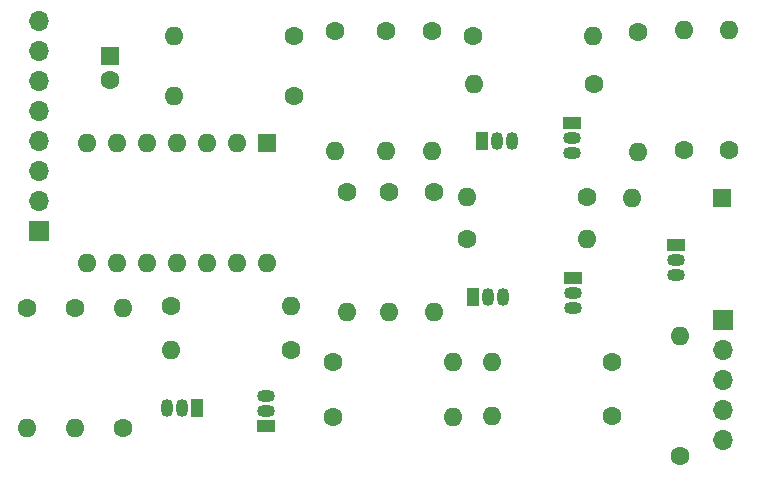
<source format=gts>
G04 #@! TF.GenerationSoftware,KiCad,Pcbnew,6.0.0-d3dd2cf0fa~116~ubuntu20.04.1*
G04 #@! TF.CreationDate,2021-12-31T12:13:54+00:00*
G04 #@! TF.ProjectId,videopac_rgb,76696465-6f70-4616-935f-7267622e6b69,rev?*
G04 #@! TF.SameCoordinates,Original*
G04 #@! TF.FileFunction,Soldermask,Top*
G04 #@! TF.FilePolarity,Negative*
%FSLAX46Y46*%
G04 Gerber Fmt 4.6, Leading zero omitted, Abs format (unit mm)*
G04 Created by KiCad (PCBNEW 6.0.0-d3dd2cf0fa~116~ubuntu20.04.1) date 2021-12-31 12:13:54*
%MOMM*%
%LPD*%
G01*
G04 APERTURE LIST*
%ADD10R,1.500000X1.050000*%
%ADD11O,1.500000X1.050000*%
%ADD12R,1.050000X1.500000*%
%ADD13O,1.050000X1.500000*%
%ADD14C,1.600000*%
%ADD15O,1.600000X1.600000*%
%ADD16R,1.700000X1.700000*%
%ADD17O,1.700000X1.700000*%
%ADD18R,1.600000X1.600000*%
G04 APERTURE END LIST*
D10*
X86487000Y-37592000D03*
D11*
X86487000Y-38862000D03*
X86487000Y-40132000D03*
D12*
X78740000Y-26014000D03*
D13*
X80010000Y-26014000D03*
X81280000Y-26014000D03*
D14*
X77470000Y-34290000D03*
D15*
X87630000Y-34290000D03*
D14*
X89789000Y-49276000D03*
D15*
X79629000Y-49276000D03*
D14*
X88265000Y-21209000D03*
D15*
X78105000Y-21209000D03*
D14*
X74676000Y-30353000D03*
D15*
X74676000Y-40513000D03*
D10*
X95144000Y-34798000D03*
D11*
X95144000Y-36068000D03*
X95144000Y-37338000D03*
D14*
X62865000Y-22225000D03*
D15*
X52705000Y-22225000D03*
D16*
X41275000Y-33655000D03*
D17*
X41275000Y-31115000D03*
X41275000Y-28575000D03*
X41275000Y-26035000D03*
X41275000Y-23495000D03*
X41275000Y-20955000D03*
X41275000Y-18415000D03*
X41275000Y-15875000D03*
D12*
X77978000Y-39222000D03*
D13*
X79248000Y-39222000D03*
X80518000Y-39222000D03*
D14*
X99695000Y-26797000D03*
D15*
X99695000Y-16637000D03*
D14*
X66167000Y-49403000D03*
D15*
X76327000Y-49403000D03*
D14*
X89789000Y-44704000D03*
D15*
X79629000Y-44704000D03*
D14*
X91948000Y-16764000D03*
D15*
X91948000Y-26924000D03*
D14*
X77978000Y-17145000D03*
D15*
X88138000Y-17145000D03*
D14*
X67310000Y-30353000D03*
D15*
X67310000Y-40513000D03*
D14*
X48387000Y-50292000D03*
D15*
X48387000Y-40132000D03*
D14*
X52451000Y-40005000D03*
D15*
X62611000Y-40005000D03*
D14*
X40259000Y-40132000D03*
D15*
X40259000Y-50292000D03*
D12*
X54610000Y-48641000D03*
D13*
X53340000Y-48641000D03*
X52070000Y-48641000D03*
D14*
X95885000Y-26797000D03*
D15*
X95885000Y-16637000D03*
D10*
X86360000Y-24511000D03*
D11*
X86360000Y-25781000D03*
X86360000Y-27051000D03*
D16*
X99187000Y-41148000D03*
D17*
X99187000Y-43688000D03*
X99187000Y-46228000D03*
X99187000Y-48768000D03*
X99187000Y-51308000D03*
D14*
X70612000Y-16743000D03*
D15*
X70612000Y-26903000D03*
D14*
X62865000Y-17145000D03*
D15*
X52705000Y-17145000D03*
D14*
X66167000Y-44704000D03*
D15*
X76327000Y-44704000D03*
D10*
X60431000Y-50165000D03*
D11*
X60431000Y-48895000D03*
X60431000Y-47625000D03*
D14*
X70866000Y-30353000D03*
D15*
X70866000Y-40513000D03*
D14*
X66294000Y-16743000D03*
D15*
X66294000Y-26903000D03*
D18*
X47244000Y-18856888D03*
D14*
X47244000Y-20856888D03*
X62611000Y-43688000D03*
D15*
X52451000Y-43688000D03*
D18*
X60579000Y-26162000D03*
D15*
X58039000Y-26162000D03*
X55499000Y-26162000D03*
X52959000Y-26162000D03*
X50419000Y-26162000D03*
X47879000Y-26162000D03*
X45339000Y-26162000D03*
X45339000Y-36322000D03*
X47879000Y-36322000D03*
X50419000Y-36322000D03*
X52959000Y-36322000D03*
X55499000Y-36322000D03*
X58039000Y-36322000D03*
X60579000Y-36322000D03*
D14*
X87630000Y-30734000D03*
D15*
X77470000Y-30734000D03*
D14*
X95504000Y-52705000D03*
D15*
X95504000Y-42545000D03*
D14*
X44323000Y-40132000D03*
D15*
X44323000Y-50292000D03*
D14*
X74549000Y-16743000D03*
D15*
X74549000Y-26903000D03*
D18*
X99060000Y-30861000D03*
D15*
X91440000Y-30861000D03*
M02*

</source>
